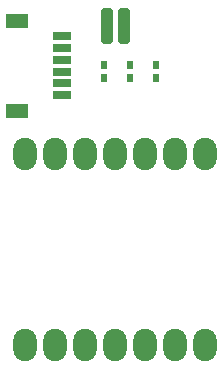
<source format=gbr>
%TF.GenerationSoftware,KiCad,Pcbnew,7.0.9*%
%TF.CreationDate,2024-03-07T22:29:03+01:00*%
%TF.ProjectId,pcb-design,7063622d-6465-4736-9967-6e2e6b696361,rev?*%
%TF.SameCoordinates,Original*%
%TF.FileFunction,Paste,Top*%
%TF.FilePolarity,Positive*%
%FSLAX46Y46*%
G04 Gerber Fmt 4.6, Leading zero omitted, Abs format (unit mm)*
G04 Created by KiCad (PCBNEW 7.0.9) date 2024-03-07 22:29:03*
%MOMM*%
%LPD*%
G01*
G04 APERTURE LIST*
G04 Aperture macros list*
%AMRoundRect*
0 Rectangle with rounded corners*
0 $1 Rounding radius*
0 $2 $3 $4 $5 $6 $7 $8 $9 X,Y pos of 4 corners*
0 Add a 4 corners polygon primitive as box body*
4,1,4,$2,$3,$4,$5,$6,$7,$8,$9,$2,$3,0*
0 Add four circle primitives for the rounded corners*
1,1,$1+$1,$2,$3*
1,1,$1+$1,$4,$5*
1,1,$1+$1,$6,$7*
1,1,$1+$1,$8,$9*
0 Add four rect primitives between the rounded corners*
20,1,$1+$1,$2,$3,$4,$5,0*
20,1,$1+$1,$4,$5,$6,$7,0*
20,1,$1+$1,$6,$7,$8,$9,0*
20,1,$1+$1,$8,$9,$2,$3,0*%
G04 Aperture macros list end*
%ADD10R,0.558800X0.660400*%
%ADD11RoundRect,1.000000X0.000000X0.375000X0.000000X-0.375000X0.000000X-0.375000X0.000000X0.375000X0*%
%ADD12R,0.508000X0.654800*%
%ADD13R,1.549400X0.660400*%
%ADD14R,1.905000X1.295400*%
%ADD15RoundRect,0.250000X-0.250000X1.250000X-0.250000X-1.250000X0.250000X-1.250000X0.250000X1.250000X0*%
G04 APERTURE END LIST*
D10*
%TO.C,C1*%
X148731600Y-125581000D03*
X148731600Y-124488800D03*
%TD*%
D11*
%TO.C,U4*%
X157303000Y-132003000D03*
X154763000Y-132003000D03*
X152223000Y-132003000D03*
X149683000Y-132003000D03*
X147143000Y-132003000D03*
X144603000Y-132003000D03*
X142063000Y-132003000D03*
X142063000Y-148168000D03*
X144603000Y-148168000D03*
X147143000Y-148168000D03*
X149683000Y-148168000D03*
X152223000Y-148168000D03*
X154763000Y-148168000D03*
X157303000Y-148168000D03*
%TD*%
D12*
%TO.C,R2*%
X150918600Y-124486000D03*
X150918600Y-125598000D03*
%TD*%
%TO.C,R1*%
X153087000Y-124486000D03*
X153087000Y-125598000D03*
%TD*%
D13*
%TO.C,J2*%
X145181000Y-122023000D03*
X145181000Y-123023000D03*
X145181000Y-124023001D03*
X145181000Y-125022999D03*
X145181000Y-126023000D03*
X145181000Y-127023000D03*
D14*
X141305999Y-120723000D03*
X141305999Y-128323000D03*
%TD*%
D15*
%TO.C,U1*%
X150441000Y-121166000D03*
X148941000Y-121166000D03*
%TD*%
M02*

</source>
